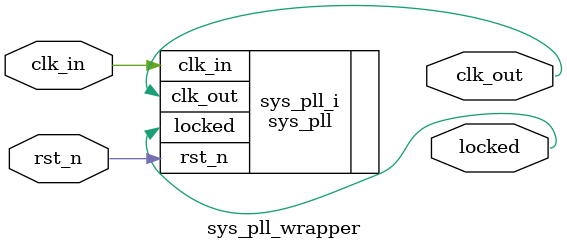
<source format=v>
`timescale 1 ps / 1 ps

module sys_pll_wrapper
   (clk_in,
    clk_out,
    locked,
    rst_n);
  input clk_in;
  output clk_out;
  output locked;
  input rst_n;

  wire clk_in;
  wire clk_out;
  wire locked;
  wire rst_n;

  sys_pll sys_pll_i
       (.clk_in(clk_in),
        .clk_out(clk_out),
        .locked(locked),
        .rst_n(rst_n));
endmodule

</source>
